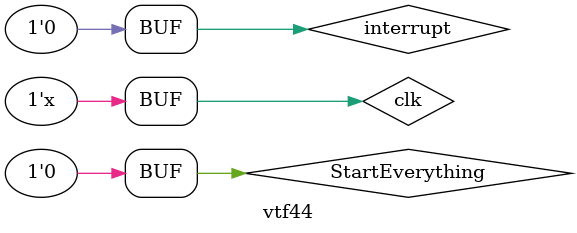
<source format=v>
`timescale 1ns / 1ps


module vtf44;

	// Inputs
	reg clk;
	reg StartEverything;

	// Outputs
	wire [7:0] ACCout;
	wire coutRegout;
	wire zeroRegout;
	wire overflowRegout;
	wire StageComplete;
	reg interrupt;

	// Instantiate the Unit Under Test (UUT)
	topMod uut (
		.clk(clk), 
		.ACCout(ACCout), 
		.coutRegout(coutRegout), 
		.zeroRegout(zeroRegout), 
		.overflowRegout(overflowRegout),  
		.StageComplete(StageComplete), 
		.StartEverything(StartEverything),.interrupt(interrupt)
	);

	initial begin
		// Initialize Inputs
		clk = 0;
		StartEverything = 0;

		// Wait 100 ns for global reset to finish
		#100;
		StartEverything = 1;
		#30;
		StartEverything = 0;
		#200;
		#1960;
		interrupt =1;
		#30;
		interrupt =0;
		
	end
      
		always begin
		#10 clk =~clk;
		end
		
endmodule


</source>
